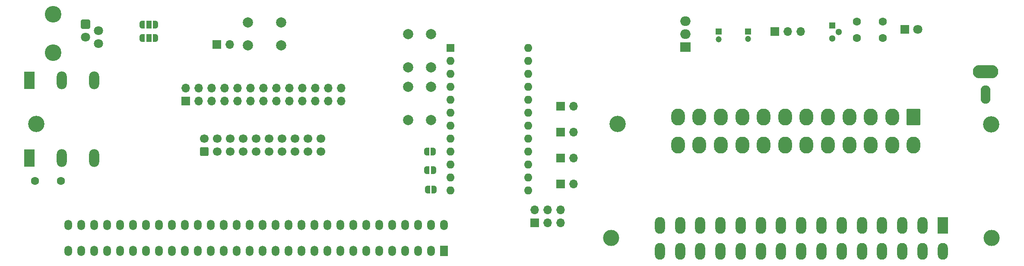
<source format=gbr>
%TF.GenerationSoftware,KiCad,Pcbnew,7.0.5*%
%TF.CreationDate,2024-11-29T08:48:29+00:00*%
%TF.ProjectId,Lisa_Floppy_Power,4c697361-5f46-46c6-9f70-70795f506f77,rev?*%
%TF.SameCoordinates,Original*%
%TF.FileFunction,Soldermask,Top*%
%TF.FilePolarity,Negative*%
%FSLAX46Y46*%
G04 Gerber Fmt 4.6, Leading zero omitted, Abs format (unit mm)*
G04 Created by KiCad (PCBNEW 7.0.5) date 2024-11-29 08:48:29*
%MOMM*%
%LPD*%
G01*
G04 APERTURE LIST*
G04 Aperture macros list*
%AMRoundRect*
0 Rectangle with rounded corners*
0 $1 Rounding radius*
0 $2 $3 $4 $5 $6 $7 $8 $9 X,Y pos of 4 corners*
0 Add a 4 corners polygon primitive as box body*
4,1,4,$2,$3,$4,$5,$6,$7,$8,$9,$2,$3,0*
0 Add four circle primitives for the rounded corners*
1,1,$1+$1,$2,$3*
1,1,$1+$1,$4,$5*
1,1,$1+$1,$6,$7*
1,1,$1+$1,$8,$9*
0 Add four rect primitives between the rounded corners*
20,1,$1+$1,$2,$3,$4,$5,0*
20,1,$1+$1,$4,$5,$6,$7,0*
20,1,$1+$1,$6,$7,$8,$9,0*
20,1,$1+$1,$8,$9,$2,$3,0*%
%AMFreePoly0*
4,1,19,0.500000,-0.750000,0.000000,-0.750000,0.000000,-0.744911,-0.071157,-0.744911,-0.207708,-0.704816,-0.327430,-0.627875,-0.420627,-0.520320,-0.479746,-0.390866,-0.500000,-0.250000,-0.500000,0.250000,-0.479746,0.390866,-0.420627,0.520320,-0.327430,0.627875,-0.207708,0.704816,-0.071157,0.744911,0.000000,0.744911,0.000000,0.750000,0.500000,0.750000,0.500000,-0.750000,0.500000,-0.750000,
$1*%
%AMFreePoly1*
4,1,19,0.000000,0.744911,0.071157,0.744911,0.207708,0.704816,0.327430,0.627875,0.420627,0.520320,0.479746,0.390866,0.500000,0.250000,0.500000,-0.250000,0.479746,-0.390866,0.420627,-0.520320,0.327430,-0.627875,0.207708,-0.704816,0.071157,-0.744911,0.000000,-0.744911,0.000000,-0.750000,-0.500000,-0.750000,-0.500000,0.750000,0.000000,0.750000,0.000000,0.744911,0.000000,0.744911,
$1*%
%AMFreePoly2*
4,1,19,0.550000,-0.750000,0.000000,-0.750000,0.000000,-0.744911,-0.071157,-0.744911,-0.207708,-0.704816,-0.327430,-0.627875,-0.420627,-0.520320,-0.479746,-0.390866,-0.500000,-0.250000,-0.500000,0.250000,-0.479746,0.390866,-0.420627,0.520320,-0.327430,0.627875,-0.207708,0.704816,-0.071157,0.744911,0.000000,0.744911,0.000000,0.750000,0.550000,0.750000,0.550000,-0.750000,0.550000,-0.750000,
$1*%
%AMFreePoly3*
4,1,19,0.000000,0.744911,0.071157,0.744911,0.207708,0.704816,0.327430,0.627875,0.420627,0.520320,0.479746,0.390866,0.500000,0.250000,0.500000,-0.250000,0.479746,-0.390866,0.420627,-0.520320,0.327430,-0.627875,0.207708,-0.704816,0.071157,-0.744911,0.000000,-0.744911,0.000000,-0.750000,-0.550000,-0.750000,-0.550000,0.750000,0.000000,0.750000,0.000000,0.744911,0.000000,0.744911,
$1*%
G04 Aperture macros list end*
%ADD10R,1.500000X2.000000*%
%ADD11O,1.500000X2.000000*%
%ADD12FreePoly0,0.000000*%
%ADD13FreePoly1,0.000000*%
%ADD14FreePoly2,180.000000*%
%ADD15R,1.000000X1.500000*%
%ADD16FreePoly3,180.000000*%
%ADD17R,1.700000X1.700000*%
%ADD18O,1.700000X1.700000*%
%ADD19R,1.600000X1.600000*%
%ADD20O,1.600000X1.600000*%
%ADD21R,1.800000X1.800000*%
%ADD22C,1.800000*%
%ADD23RoundRect,0.250000X0.600000X-0.600000X0.600000X0.600000X-0.600000X0.600000X-0.600000X-0.600000X0*%
%ADD24C,1.700000*%
%ADD25C,1.600000*%
%ADD26C,3.200000*%
%ADD27C,2.000000*%
%ADD28R,1.200000X1.200000*%
%ADD29C,1.200000*%
%ADD30O,5.004000X2.604000*%
%ADD31O,1.904000X3.604000*%
%ADD32R,1.300000X1.300000*%
%ADD33C,1.300000*%
%ADD34C,3.250000*%
%ADD35RoundRect,0.250000X-0.650000X0.650000X-0.650000X-0.650000X0.650000X-0.650000X0.650000X0.650000X0*%
%ADD36C,3.175000*%
%ADD37R,2.000000X3.300000*%
%ADD38O,2.000000X3.300000*%
%ADD39R,2.000000X3.500000*%
%ADD40O,2.000000X3.500000*%
%ADD41FreePoly2,0.000000*%
%ADD42FreePoly3,0.000000*%
%ADD43R,2.000000X1.905000*%
%ADD44O,2.000000X1.905000*%
%ADD45RoundRect,0.250001X1.099999X1.399999X-1.099999X1.399999X-1.099999X-1.399999X1.099999X-1.399999X0*%
%ADD46O,2.700000X3.300000*%
G04 APERTURE END LIST*
D10*
%TO.C,J16*%
X134818500Y-85888500D03*
D11*
X134818500Y-80808500D03*
X132278500Y-85888500D03*
X132278500Y-80808500D03*
X129738500Y-85888500D03*
X129738500Y-80808500D03*
X127198500Y-85888500D03*
X127198500Y-80808500D03*
X124658500Y-85888500D03*
X124658500Y-80808500D03*
X122118500Y-85888500D03*
X122118500Y-80808500D03*
X119578500Y-85888500D03*
X119578500Y-80808500D03*
X117038500Y-85888500D03*
X117038500Y-80808500D03*
X114498500Y-85888500D03*
X114498500Y-80808500D03*
X111958500Y-85888500D03*
X111958500Y-80808500D03*
X109418500Y-85888500D03*
X109418500Y-80808500D03*
X106878500Y-85888500D03*
X106878500Y-80808500D03*
X104338500Y-85888500D03*
X104338500Y-80808500D03*
X101798500Y-85888500D03*
X101798500Y-80808500D03*
X99258500Y-85888500D03*
X99258500Y-80808500D03*
X96718500Y-85888500D03*
X96718500Y-80808500D03*
X94178500Y-85888500D03*
X94178500Y-80808500D03*
X91638500Y-85888500D03*
X91638500Y-80808500D03*
X89098500Y-85888500D03*
X89098500Y-80808500D03*
X86558500Y-85888500D03*
X86558500Y-80808500D03*
X84018500Y-85888500D03*
X84018500Y-80808500D03*
X81478500Y-85888500D03*
X81478500Y-80808500D03*
X78938500Y-85888500D03*
X78938500Y-80808500D03*
X76398500Y-85888500D03*
X76398500Y-80808500D03*
X73858500Y-85888500D03*
X73858500Y-80808500D03*
X71318500Y-85888500D03*
X71318500Y-80808500D03*
X68778500Y-85888500D03*
X68778500Y-80808500D03*
X66238500Y-85888500D03*
X66238500Y-80808500D03*
X63698500Y-85888500D03*
X63698500Y-80808500D03*
X61158500Y-85888500D03*
X61158500Y-80808500D03*
%TD*%
D12*
%TO.C,JP6*%
X131430000Y-66421000D03*
D13*
X132730000Y-66421000D03*
%TD*%
D14*
%TO.C,JP3*%
X78262000Y-41544500D03*
D15*
X76962000Y-41544500D03*
D16*
X75662000Y-41544500D03*
%TD*%
D17*
%TO.C,J5*%
X157700000Y-62621900D03*
D18*
X160240000Y-62621900D03*
%TD*%
D19*
%TO.C,J15*%
X136110000Y-46111900D03*
D20*
X136110000Y-48651900D03*
X136110000Y-51191900D03*
X136110000Y-53731900D03*
X136110000Y-56271900D03*
X136110000Y-58811900D03*
X136110000Y-61351900D03*
X136110000Y-63891900D03*
X136110000Y-66431900D03*
X136110000Y-68971900D03*
X136110000Y-71511900D03*
X136110000Y-74051900D03*
X151350000Y-74051900D03*
X151350000Y-71511900D03*
X151350000Y-68971900D03*
X151350000Y-66431900D03*
X151350000Y-63891900D03*
X151350000Y-61351900D03*
X151350000Y-58811900D03*
X151350000Y-56271900D03*
X151350000Y-53731900D03*
X151350000Y-51191900D03*
X151350000Y-48651900D03*
X151350000Y-46111900D03*
%TD*%
D12*
%TO.C,JP5*%
X131445000Y-70104000D03*
D13*
X132745000Y-70104000D03*
%TD*%
D21*
%TO.C,D1*%
X225120000Y-42470000D03*
D22*
X227660000Y-42470000D03*
%TD*%
D23*
%TO.C,J17*%
X87850000Y-66431900D03*
D24*
X87850000Y-63891900D03*
X90390000Y-66431900D03*
X90390000Y-63891900D03*
X92930000Y-66431900D03*
X92930000Y-63891900D03*
X95470000Y-66431900D03*
X95470000Y-63891900D03*
X98010000Y-66431900D03*
X98010000Y-63891900D03*
X100550000Y-66431900D03*
X100550000Y-63891900D03*
X103090000Y-66431900D03*
X103090000Y-63891900D03*
X105630000Y-66431900D03*
X105630000Y-63891900D03*
X108170000Y-66431900D03*
X108170000Y-63891900D03*
X110710000Y-66431900D03*
X110710000Y-63891900D03*
%TD*%
D25*
%TO.C,R3*%
X215735000Y-40950000D03*
X220815000Y-40950000D03*
%TD*%
D12*
%TO.C,JP4*%
X131560000Y-73880000D03*
D13*
X132860000Y-73880000D03*
%TD*%
D17*
%TO.C,J2*%
X157700000Y-72781900D03*
D18*
X160240000Y-72781900D03*
%TD*%
D26*
%TO.C,REF\u002A\u002A*%
X168880000Y-61000000D03*
%TD*%
D27*
%TO.C,SW5*%
X96380000Y-41130000D03*
X102880000Y-41130000D03*
X96380000Y-45630000D03*
X102880000Y-45630000D03*
%TD*%
D28*
%TO.C,C1*%
X188700000Y-42890000D03*
D29*
X188700000Y-44390000D03*
%TD*%
D30*
%TO.C,J14*%
X240960000Y-50780000D03*
D31*
X240960000Y-55280000D03*
%TD*%
D17*
%TO.C,J8*%
X84150000Y-56480000D03*
D18*
X84150000Y-53940000D03*
X86690000Y-56480000D03*
X86690000Y-53940000D03*
X89230000Y-56480000D03*
X89230000Y-53940000D03*
X91770000Y-56480000D03*
X91770000Y-53940000D03*
X94310000Y-56480000D03*
X94310000Y-53940000D03*
X96850000Y-56480000D03*
X96850000Y-53940000D03*
X99390000Y-56480000D03*
X99390000Y-53940000D03*
X101930000Y-56480000D03*
X101930000Y-53940000D03*
X104470000Y-56480000D03*
X104470000Y-53940000D03*
X107010000Y-56480000D03*
X107010000Y-53940000D03*
X109550000Y-56480000D03*
X109550000Y-53940000D03*
X112090000Y-56480000D03*
X112090000Y-53940000D03*
X114630000Y-56480000D03*
X114630000Y-53940000D03*
%TD*%
D32*
%TO.C,Q1*%
X210970000Y-41670000D03*
D33*
X212240000Y-42940000D03*
X210970000Y-44210000D03*
%TD*%
D17*
%TO.C,J10*%
X90270000Y-45470000D03*
D18*
X92810000Y-45470000D03*
%TD*%
D17*
%TO.C,J11*%
X152620000Y-80401900D03*
D18*
X152620000Y-77861900D03*
X155160000Y-80401900D03*
X155160000Y-77861900D03*
X157700000Y-80401900D03*
X157700000Y-77861900D03*
%TD*%
D25*
%TO.C,R1*%
X220825000Y-44200000D03*
X215745000Y-44200000D03*
%TD*%
D34*
%TO.C,J7*%
X58160000Y-39520000D03*
X58160000Y-47020000D03*
D35*
X64510000Y-41430000D03*
D22*
X67050000Y-42700000D03*
X64510000Y-43970000D03*
X67050000Y-45240000D03*
%TD*%
D36*
%TO.C,J9*%
X167564800Y-83367500D03*
X242164600Y-83367500D03*
D37*
X232578500Y-80888500D03*
D38*
X228618500Y-80888500D03*
X224658500Y-80888500D03*
X220698500Y-80888500D03*
X216738500Y-80888500D03*
X212778500Y-80888500D03*
X208818500Y-80888500D03*
X204858500Y-80888500D03*
X200898500Y-80888500D03*
X196938500Y-80888500D03*
X192978500Y-80888500D03*
X189018500Y-80888500D03*
X185058500Y-80888500D03*
X181098500Y-80888500D03*
X177138500Y-80888500D03*
X232578500Y-85968500D03*
X228618500Y-85968500D03*
X224658500Y-85968500D03*
X220698500Y-85968500D03*
X216738500Y-85968500D03*
X212778500Y-85968500D03*
X208818500Y-85968500D03*
X204858500Y-85968500D03*
X200898500Y-85968500D03*
X196938500Y-85968500D03*
X192978500Y-85968500D03*
X189018500Y-85968500D03*
X185058500Y-85968500D03*
X181098500Y-85968500D03*
X177138500Y-85968500D03*
%TD*%
D39*
%TO.C,J1*%
X53560000Y-52461900D03*
X53560000Y-67701900D03*
D40*
X66260000Y-52461900D03*
X66260000Y-67701900D03*
X59910000Y-52461900D03*
X59910000Y-67701900D03*
%TD*%
D17*
%TO.C,J3*%
X157700000Y-67701900D03*
D18*
X160240000Y-67701900D03*
%TD*%
D17*
%TO.C,JP1*%
X199659000Y-42926000D03*
D18*
X202199000Y-42926000D03*
X204739000Y-42926000D03*
%TD*%
D41*
%TO.C,JP2*%
X75662000Y-44196000D03*
D15*
X76962000Y-44196000D03*
D42*
X78262000Y-44196000D03*
%TD*%
D26*
%TO.C,REF\u002A\u002A*%
X242060000Y-61050000D03*
%TD*%
D27*
%TO.C,SW4*%
X132300000Y-53731900D03*
X132300000Y-60231900D03*
X127800000Y-53731900D03*
X127800000Y-60231900D03*
%TD*%
D28*
%TO.C,C2*%
X194380000Y-42867401D03*
D29*
X194380000Y-44367401D03*
%TD*%
D26*
%TO.C,REF\u002A\u002A*%
X54900000Y-61000000D03*
%TD*%
D27*
%TO.C,SW3*%
X132300000Y-43421900D03*
X132300000Y-49921900D03*
X127800000Y-43421900D03*
X127800000Y-49921900D03*
%TD*%
D17*
%TO.C,J6*%
X157700000Y-57541900D03*
D18*
X160240000Y-57541900D03*
%TD*%
D43*
%TO.C,U1*%
X182130000Y-45960000D03*
D44*
X182130000Y-43420000D03*
X182130000Y-40880000D03*
%TD*%
D45*
%TO.C,J4*%
X226880000Y-59636900D03*
D46*
X222680000Y-59636900D03*
X218480000Y-59636900D03*
X214280000Y-59636900D03*
X210080000Y-59636900D03*
X205880000Y-59636900D03*
X201680000Y-59636900D03*
X197480000Y-59636900D03*
X193280000Y-59636900D03*
X189080000Y-59636900D03*
X184880000Y-59636900D03*
X180680000Y-59636900D03*
X226880000Y-65136900D03*
X222680000Y-65136900D03*
X218480000Y-65136900D03*
X214280000Y-65136900D03*
X210080000Y-65136900D03*
X205880000Y-65136900D03*
X201680000Y-65136900D03*
X197480000Y-65136900D03*
X193280000Y-65136900D03*
X189080000Y-65136900D03*
X184880000Y-65136900D03*
X180680000Y-65136900D03*
%TD*%
D25*
%TO.C,R2*%
X54620000Y-72210000D03*
X59700000Y-72210000D03*
%TD*%
M02*

</source>
